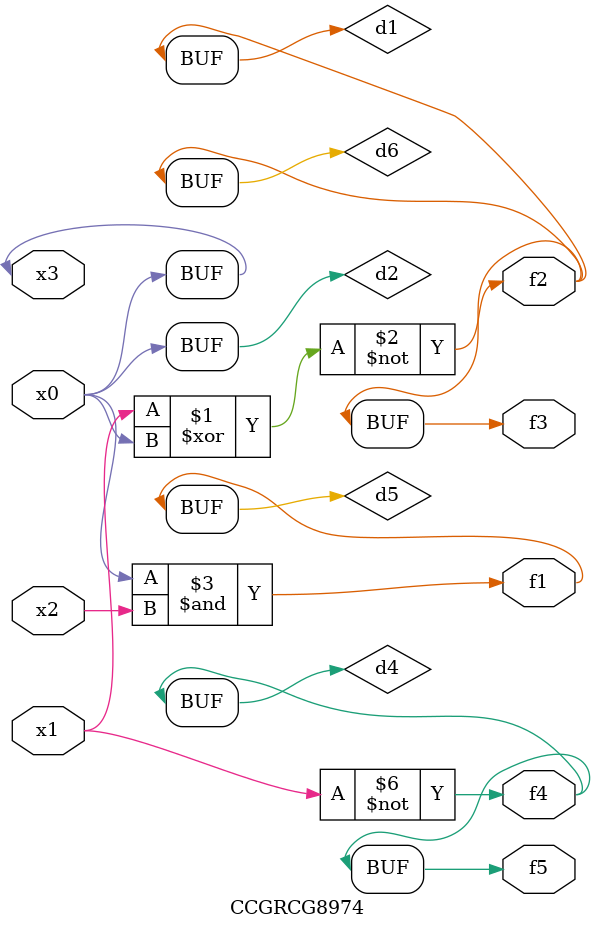
<source format=v>
module CCGRCG8974(
	input x0, x1, x2, x3,
	output f1, f2, f3, f4, f5
);

	wire d1, d2, d3, d4, d5, d6;

	xnor (d1, x1, x3);
	buf (d2, x0, x3);
	nand (d3, x0, x2);
	not (d4, x1);
	nand (d5, d3);
	or (d6, d1);
	assign f1 = d5;
	assign f2 = d6;
	assign f3 = d6;
	assign f4 = d4;
	assign f5 = d4;
endmodule

</source>
